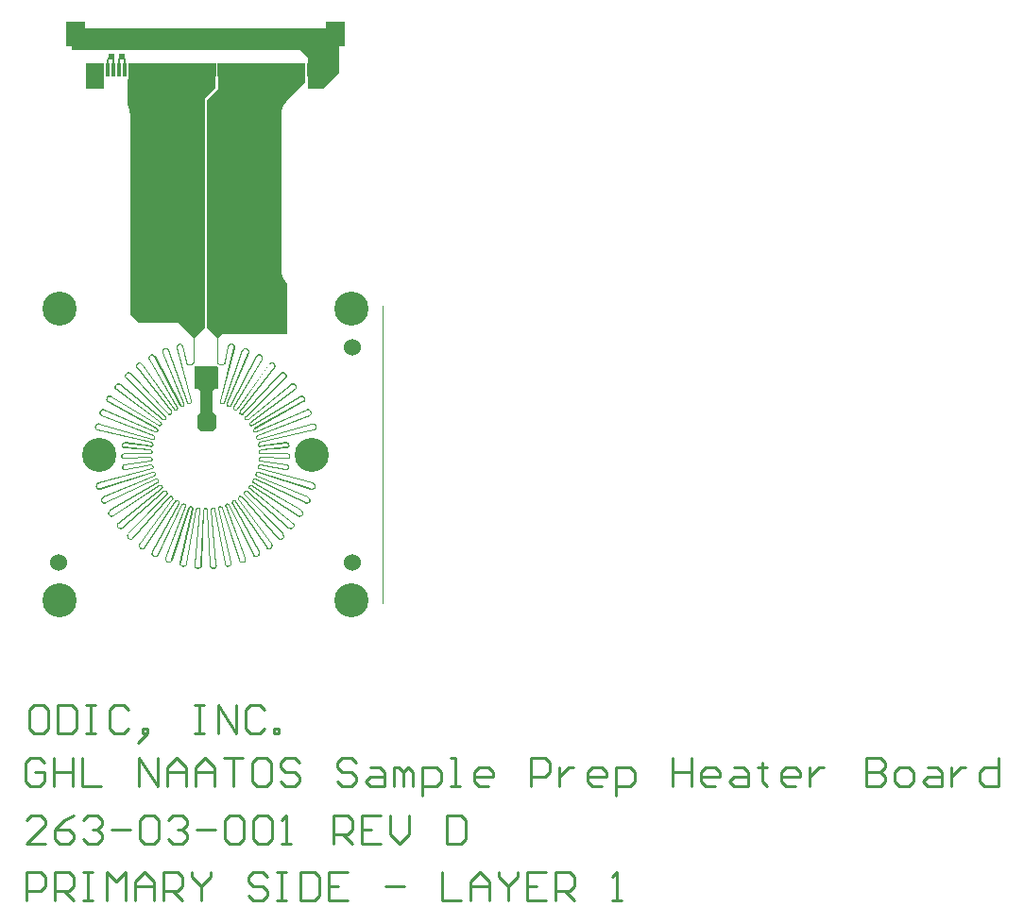
<source format=gtl>
G04*
G04 #@! TF.GenerationSoftware,Altium Limited,Altium Designer,24.9.1 (31)*
G04*
G04 Layer_Physical_Order=1*
G04 Layer_Color=255*
%FSLAX44Y44*%
%MOMM*%
G71*
G04*
G04 #@! TF.SameCoordinates,8DF27061-4A41-470E-9062-B82E270B293B*
G04*
G04*
G04 #@! TF.FilePolarity,Positive*
G04*
G01*
G75*
%ADD11C,0.2540*%
%ADD13C,0.0127*%
%ADD14R,0.3000X1.3000*%
%ADD15R,1.8000X2.2000*%
%ADD20C,1.5240*%
%ADD21C,0.2032*%
%ADD22C,0.1016*%
%ADD23C,3.0480*%
%ADD24C,0.6100*%
%ADD25C,0.6096*%
G36*
X67700Y487250D02*
X51500D01*
Y510250D01*
X67700D01*
Y487250D01*
D02*
G37*
G36*
X278664Y501664D02*
X265000Y488000D01*
X264000Y487000D01*
X251000Y487000D01*
X250000Y488000D01*
Y495000D01*
Y515000D01*
X243000Y522000D01*
X38837D01*
Y541657D01*
X278664Y541657D01*
X278664Y501664D01*
D02*
G37*
G36*
X167700Y487700D02*
X158000Y478000D01*
Y272999D01*
X148750Y263750D01*
X148750Y242686D01*
X148750Y241956D01*
X148227Y240593D01*
X147251Y239509D01*
X145951Y238846D01*
X144499Y238694D01*
X143090Y239072D01*
X141909Y239930D01*
X141115Y241154D01*
X140963Y241868D01*
X140963Y241868D01*
X137988Y255767D01*
X137852Y256192D01*
X137344Y256921D01*
X136593Y257395D01*
X135717Y257541D01*
X134853Y257335D01*
X134136Y256811D01*
X133679Y256049D01*
X133553Y255170D01*
X133623Y254729D01*
Y254729D01*
X146133Y206944D01*
X146243Y206525D01*
X146135Y205665D01*
X145714Y204907D01*
X145041Y204361D01*
X144214Y204104D01*
X143350Y204174D01*
X142574Y204560D01*
X141998Y205207D01*
X141851Y205614D01*
X141851D01*
X125095Y252082D01*
X124903Y252484D01*
X124301Y253137D01*
X123493Y253506D01*
X122605Y253532D01*
X121777Y253212D01*
X121138Y252596D01*
X120787Y251780D01*
X120781Y250892D01*
X120910Y250464D01*
X139749Y204802D01*
X139915Y204402D01*
X139923Y203535D01*
X139608Y202728D01*
X139016Y202096D01*
X138231Y201729D01*
X137365Y201682D01*
X136545Y201960D01*
X135886Y202523D01*
X135686Y202907D01*
Y202908D01*
X112817Y246691D01*
X112572Y247064D01*
X111887Y247630D01*
X111037Y247886D01*
X110154Y247792D01*
X109376Y247363D01*
X108826Y246667D01*
X108589Y245811D01*
X108702Y244930D01*
X108887Y244524D01*
X108887Y244524D01*
X133713Y201819D01*
X133930Y201445D01*
X134056Y200587D01*
X133853Y199745D01*
X133351Y199039D01*
X132622Y198570D01*
X131771Y198406D01*
X130920Y198571D01*
X130192Y199040D01*
X129942Y199394D01*
X129942Y199394D01*
X101377Y239693D01*
X101084Y240030D01*
X100330Y240498D01*
X99453Y240637D01*
X98590Y240426D01*
X97878Y239896D01*
X97426Y239131D01*
X97307Y238251D01*
X97538Y237394D01*
X97776Y237016D01*
Y237016D01*
X128133Y198050D01*
X128400Y197708D01*
X128639Y196875D01*
X128552Y196013D01*
X128150Y195245D01*
X127491Y194683D01*
X126670Y194405D01*
X125805Y194454D01*
X125020Y194821D01*
X124724Y195138D01*
X124724Y195138D01*
X90986Y231217D01*
X90650Y231511D01*
X89840Y231873D01*
X88952Y231893D01*
X88126Y231567D01*
X87491Y230946D01*
X87147Y230127D01*
X87147Y229239D01*
X87492Y228421D01*
X87779Y228079D01*
X87779D01*
X123113Y193562D01*
X123423Y193259D01*
X123773Y192466D01*
X123803Y191600D01*
X123508Y190786D01*
X122931Y190139D01*
X122155Y189754D01*
X121291Y189685D01*
X120464Y189943D01*
X120128Y190217D01*
Y190217D01*
X81833Y221417D01*
X81461Y221663D01*
X80608Y221913D01*
X79726Y221813D01*
X78951Y221378D01*
X78406Y220677D01*
X78176Y219820D01*
X78296Y218940D01*
X78748Y218175D01*
X79078Y217875D01*
X79078Y217875D01*
X118744Y188438D01*
X119092Y188180D01*
X119546Y187442D01*
X119692Y186588D01*
X119510Y185740D01*
X119025Y185022D01*
X118308Y184536D01*
X117461Y184351D01*
X116607Y184495D01*
X116237Y184721D01*
X74085Y210472D01*
X73682Y210666D01*
X72804Y210798D01*
X71944Y210580D01*
X71235Y210045D01*
X70789Y209277D01*
X70676Y208396D01*
X70914Y207540D01*
X71465Y206844D01*
X71832Y206591D01*
X115106Y182772D01*
X115486Y182563D01*
X116035Y181893D01*
X116295Y181066D01*
X116229Y180202D01*
X115845Y179425D01*
X115200Y178846D01*
X114386Y178549D01*
X113520Y178577D01*
X113123Y178751D01*
X113123D01*
X67883Y198582D01*
X67459Y198720D01*
X66571Y198733D01*
X65747Y198401D01*
X65117Y197775D01*
X64779Y196954D01*
X64786Y196066D01*
X65137Y195250D01*
X65777Y194634D01*
X66175Y194433D01*
X112265Y176667D01*
X112670Y176511D01*
X113304Y175921D01*
X113673Y175137D01*
X113724Y174272D01*
X113449Y173450D01*
X112888Y172790D01*
X112121Y172386D01*
X111259Y172296D01*
X110843Y172415D01*
X110843D01*
X63342Y185965D01*
X62902Y186044D01*
X62021Y185937D01*
X61250Y185497D01*
X60710Y184792D01*
X60485Y183933D01*
X60612Y183054D01*
X61070Y182293D01*
X61787Y181769D01*
X62209Y181623D01*
X62209Y181623D01*
X110274Y170235D01*
X110695Y170135D01*
X111404Y169636D01*
X111875Y168909D01*
X112042Y168058D01*
X111880Y167207D01*
X111413Y166477D01*
X110708Y165973D01*
X109866Y165769D01*
X109438Y165830D01*
X109438D01*
X86467Y169128D01*
X85824Y169079D01*
X84830Y168299D01*
X84679Y167044D01*
X85459Y166050D01*
X86071Y165849D01*
X86071D01*
X109168Y163593D01*
X109599Y163551D01*
X110368Y163152D01*
X110933Y162495D01*
X111213Y161675D01*
X111168Y160809D01*
X110804Y160023D01*
X110173Y159429D01*
X109366Y159112D01*
X108933Y159115D01*
X108933D01*
X85727Y159286D01*
X85097Y159151D01*
X84217Y158243D01*
X84237Y156980D01*
X85144Y156100D01*
X85778Y155984D01*
X85778Y155984D01*
X108968Y156863D01*
X109401Y156879D01*
X110216Y156587D01*
X110865Y156012D01*
X111253Y155238D01*
X111325Y154374D01*
X111070Y153546D01*
X110525Y152872D01*
X109769Y152450D01*
X109339Y152394D01*
X109339Y152394D01*
X86322Y149434D01*
X85716Y149215D01*
X84966Y148197D01*
X85156Y146947D01*
X86174Y146198D01*
X86817Y146168D01*
X86817Y146168D01*
X109677Y150167D01*
X110104Y150241D01*
X110951Y150062D01*
X111671Y149580D01*
X112161Y148865D01*
X112348Y148019D01*
X112207Y147164D01*
X111758Y146423D01*
X111066Y145902D01*
X110647Y145789D01*
X62952Y132938D01*
X62535Y132780D01*
X61834Y132235D01*
X61400Y131460D01*
X61300Y130577D01*
X61551Y129725D01*
X62112Y129037D01*
X62896Y128621D01*
X63781Y128541D01*
X64217Y128633D01*
X64217Y128633D01*
X111282Y143627D01*
X111695Y143759D01*
X112559Y143696D01*
X113338Y143315D01*
X113919Y142672D01*
X114219Y141859D01*
X114195Y140993D01*
X113850Y140198D01*
X113234Y139589D01*
X112834Y139421D01*
X112834D01*
X67308Y120256D01*
X66916Y120043D01*
X66295Y119408D01*
X65969Y118581D01*
X65989Y117694D01*
X66352Y116883D01*
X67001Y116277D01*
X67835Y115970D01*
X68722Y116010D01*
X69142Y116161D01*
X69142D01*
X113755Y137364D01*
X114147Y137550D01*
X115011Y137604D01*
X115834Y137332D01*
X116497Y136774D01*
X116903Y136009D01*
X116996Y135147D01*
X116762Y134313D01*
X116233Y133626D01*
X115860Y133405D01*
X115860Y133405D01*
X73334Y108276D01*
X72974Y108012D01*
X72445Y107299D01*
X72233Y106437D01*
X72373Y105560D01*
X72842Y104806D01*
X73567Y104292D01*
X74434Y104101D01*
X75307Y104260D01*
X75704Y104466D01*
X75704D01*
X117050Y131492D01*
X117413Y131729D01*
X118263Y131899D01*
X119114Y131741D01*
X119846Y131276D01*
X120352Y130573D01*
X120560Y129732D01*
X120440Y128874D01*
X120010Y128122D01*
X119670Y127853D01*
X119670D01*
X80921Y97219D01*
X80600Y96909D01*
X80171Y96131D01*
X80078Y95248D01*
X80335Y94397D01*
X80901Y93714D01*
X81689Y93303D01*
X82574Y93230D01*
X83418Y93505D01*
X83782Y93763D01*
X83782D01*
X121107Y126118D01*
X121434Y126402D01*
X122253Y126685D01*
X123119Y126642D01*
X123906Y126281D01*
X124503Y125653D01*
X124822Y124847D01*
X124819Y123981D01*
X124494Y123177D01*
X124193Y122865D01*
X124193Y122865D01*
X89929Y87285D01*
X89653Y86935D01*
X89333Y86106D01*
X89360Y85219D01*
X89729Y84411D01*
X90382Y83809D01*
X91218Y83509D01*
X92105Y83555D01*
X92904Y83943D01*
X93231Y84247D01*
X93231Y84247D01*
X125851Y121339D01*
X126137Y121665D01*
X126910Y122056D01*
X127774Y122131D01*
X128603Y121879D01*
X129279Y121336D01*
X129704Y120581D01*
X129818Y119722D01*
X129603Y118883D01*
X129348Y118533D01*
X129348Y118533D01*
X100195Y78658D01*
X99968Y78273D01*
X99763Y77409D01*
X99910Y76533D01*
X100384Y75782D01*
X101113Y75275D01*
X101981Y75089D01*
X102854Y75255D01*
X103593Y75746D01*
X103876Y76092D01*
X103876Y76092D01*
X131196Y117245D01*
X131436Y117606D01*
X132149Y118097D01*
X132995Y118288D01*
X133850Y118150D01*
X134593Y117704D01*
X135116Y117013D01*
X135345Y116177D01*
X135246Y115316D01*
X135040Y114935D01*
X135040Y114935D01*
X111530Y71493D01*
X111358Y71081D01*
X111271Y70197D01*
X111534Y69349D01*
X112106Y68669D01*
X112896Y68264D01*
X113781Y68198D01*
X114623Y68480D01*
X115290Y69067D01*
X115524Y69447D01*
X115524Y69447D01*
X137045Y113908D01*
X137234Y114298D01*
X137874Y114881D01*
X138686Y115184D01*
X139553Y115163D01*
X140349Y114821D01*
X140960Y114207D01*
X141299Y113410D01*
X141317Y112543D01*
X141165Y112138D01*
X141165Y112138D01*
X123728Y65922D01*
X123613Y65491D01*
X123646Y64604D01*
X124021Y63799D01*
X124679Y63202D01*
X125517Y62907D01*
X126403Y62961D01*
X127199Y63354D01*
X127781Y64025D01*
X127961Y64433D01*
X127961Y64434D01*
X143290Y111391D01*
X143425Y111803D01*
X143981Y112467D01*
X144745Y112877D01*
X145606Y112972D01*
X146441Y112741D01*
X147129Y112215D01*
X147573Y111471D01*
X147708Y110615D01*
X147611Y110192D01*
X147611Y110192D01*
X136566Y62047D01*
X136510Y61605D01*
X136662Y60730D01*
X137142Y59983D01*
X137875Y59480D01*
X138745Y59301D01*
X139616Y59474D01*
X140352Y59971D01*
X140837Y60714D01*
X140961Y61143D01*
X140961Y61143D01*
X149818Y109738D01*
X149895Y110165D01*
X150357Y110898D01*
X151058Y111407D01*
X151899Y111618D01*
X152757Y111501D01*
X153511Y111073D01*
X154051Y110395D01*
X154299Y109565D01*
X154261Y109134D01*
X154261Y109134D01*
X149809Y59939D01*
X149813Y59493D01*
X150082Y58646D01*
X150659Y57971D01*
X151452Y57572D01*
X152338Y57512D01*
X153178Y57800D01*
X153840Y58392D01*
X154221Y59194D01*
X154286Y59636D01*
X154286Y59636D01*
X156509Y108982D01*
X156528Y109414D01*
X156887Y110203D01*
X157513Y110802D01*
X158317Y111125D01*
X159184Y111124D01*
X159988Y110802D01*
X160614Y110203D01*
X160973Y109414D01*
X160992Y108981D01*
X160992Y108982D01*
X163215Y59636D01*
X163279Y59194D01*
X163661Y58392D01*
X164323Y57800D01*
X165163Y57512D01*
X166049Y57572D01*
X166842Y57971D01*
X167418Y58646D01*
X167688Y59493D01*
X167692Y59939D01*
X167692Y59939D01*
X163240Y109134D01*
X163201Y109565D01*
X163450Y110395D01*
X163990Y111073D01*
X164743Y111501D01*
X165602Y111618D01*
X166442Y111407D01*
X167144Y110898D01*
X167605Y110165D01*
X167683Y109738D01*
X167683Y109738D01*
X176540Y61143D01*
X176663Y60714D01*
X177149Y59971D01*
X177885Y59474D01*
X178756Y59301D01*
X179626Y59480D01*
X180358Y59983D01*
X180838Y60730D01*
X180991Y61604D01*
X180935Y62047D01*
X180935Y62047D01*
X169890Y110192D01*
X169793Y110615D01*
X169928Y111471D01*
X170371Y112215D01*
X171060Y112741D01*
X171895Y112972D01*
X172756Y112877D01*
X173520Y112467D01*
X174076Y111803D01*
X174211Y111391D01*
X174211Y111391D01*
X189540Y64434D01*
X189720Y64025D01*
X190301Y63354D01*
X191098Y62961D01*
X191984Y62908D01*
X192822Y63202D01*
X193480Y63799D01*
X193855Y64604D01*
X193888Y65491D01*
X193773Y65922D01*
X193773Y65922D01*
X176336Y112138D01*
X176183Y112543D01*
X176201Y113410D01*
X176540Y114207D01*
X177152Y114821D01*
X177948Y115163D01*
X178815Y115184D01*
X179626Y114881D01*
X180267Y114298D01*
X180456Y113908D01*
X180456Y113908D01*
X201977Y69447D01*
X202211Y69067D01*
X202877Y68480D01*
X203719Y68198D01*
X204605Y68264D01*
X205395Y68669D01*
X205967Y69349D01*
X206230Y70197D01*
X206143Y71081D01*
X205971Y71493D01*
X205971Y71493D01*
X182461Y114935D01*
X182255Y115316D01*
X182156Y116177D01*
X182384Y117013D01*
X182908Y117704D01*
X183650Y118150D01*
X184506Y118288D01*
X185351Y118097D01*
X186065Y117606D01*
X186304Y117245D01*
X186305Y117245D01*
X213625Y76092D01*
X213908Y75746D01*
X214647Y75255D01*
X215520Y75089D01*
X216388Y75275D01*
X217117Y75782D01*
X217591Y76533D01*
X217737Y77409D01*
X217532Y78273D01*
X217306Y78658D01*
X217306Y78658D01*
X188153Y118533D01*
X187897Y118883D01*
X187683Y119722D01*
X187797Y120581D01*
X188222Y121336D01*
X188898Y121879D01*
X189727Y122131D01*
X190590Y122056D01*
X191364Y121665D01*
X191650Y121339D01*
X191650Y121340D01*
X224270Y84247D01*
X224597Y83943D01*
X225396Y83555D01*
X226283Y83509D01*
X227118Y83809D01*
X227772Y84411D01*
X228141Y85219D01*
X228167Y86106D01*
X227848Y86935D01*
X227572Y87285D01*
X227572Y87285D01*
X193308Y122865D01*
X193007Y123177D01*
X192682Y123981D01*
X192679Y124847D01*
X192998Y125652D01*
X193595Y126281D01*
X194382Y126642D01*
X195248Y126685D01*
X196067Y126401D01*
X196394Y126118D01*
X196394Y126118D01*
X233718Y93763D01*
X234083Y93505D01*
X234927Y93230D01*
X235812Y93303D01*
X236600Y93714D01*
X237166Y94397D01*
X237423Y95248D01*
X237329Y96131D01*
X236901Y96909D01*
X236580Y97219D01*
X236580Y97219D01*
X197831Y127853D01*
X197491Y128122D01*
X197060Y128874D01*
X196940Y129732D01*
X197148Y130573D01*
X197655Y131276D01*
X198386Y131741D01*
X199238Y131899D01*
X200088Y131729D01*
X200451Y131492D01*
X200451Y131492D01*
X241797Y104466D01*
X242193Y104260D01*
X243067Y104101D01*
X243934Y104292D01*
X244659Y104806D01*
X245128Y105560D01*
X245267Y106437D01*
X245056Y107299D01*
X244526Y108012D01*
X244167Y108276D01*
X244167Y108276D01*
X201641Y133405D01*
X201268Y133626D01*
X200739Y134313D01*
X200505Y135147D01*
X200597Y136009D01*
X201004Y136774D01*
X201667Y137332D01*
X202489Y137604D01*
X203354Y137550D01*
X203746Y137364D01*
X203746Y137364D01*
X248359Y116161D01*
X248779Y116010D01*
X249666Y115970D01*
X250499Y116277D01*
X251148Y116883D01*
X251511Y117694D01*
X251532Y118581D01*
X251206Y119408D01*
X250585Y120043D01*
X250193Y120256D01*
X250193Y120256D01*
X204667Y139421D01*
X204267Y139589D01*
X203651Y140198D01*
X203306Y140993D01*
X203282Y141859D01*
X203582Y142672D01*
X204163Y143315D01*
X204941Y143696D01*
X205806Y143759D01*
X206218Y143627D01*
X206218Y143627D01*
X253284Y128633D01*
X253720Y128541D01*
X254605Y128621D01*
X255389Y129037D01*
X255950Y129726D01*
X256201Y130577D01*
X256101Y131460D01*
X255667Y132235D01*
X254966Y132780D01*
X254549Y132938D01*
X254549Y132939D01*
X206854Y145789D01*
X206435Y145902D01*
X205743Y146423D01*
X205294Y147164D01*
X205153Y148019D01*
X205340Y148865D01*
X205829Y149580D01*
X206549Y150062D01*
X207397Y150241D01*
X207824Y150167D01*
X207824Y150167D01*
X230683Y146168D01*
X231327Y146198D01*
X232345Y146947D01*
X232534Y148197D01*
X231785Y149215D01*
X231179Y149434D01*
X231179Y149434D01*
X208162Y152394D01*
X207732Y152450D01*
X206976Y152872D01*
X206431Y153546D01*
X206176Y154374D01*
X206248Y155238D01*
X206636Y156012D01*
X207284Y156587D01*
X208100Y156879D01*
X208533Y156863D01*
X208533Y156863D01*
X231723Y155984D01*
X232357Y156100D01*
X233264Y156980D01*
X233283Y158243D01*
X232403Y159150D01*
X231773Y159286D01*
X231773Y159286D01*
X208568Y159115D01*
X208134Y159112D01*
X207328Y159429D01*
X206697Y160023D01*
X206333Y160809D01*
X206287Y161675D01*
X206567Y162495D01*
X207133Y163152D01*
X207902Y163551D01*
X208333Y163593D01*
X208333Y163593D01*
X231430Y165849D01*
X232042Y166050D01*
X232822Y167044D01*
X232671Y168299D01*
X231677Y169079D01*
X231034Y169128D01*
X231034Y169128D01*
X208063Y165830D01*
X207635Y165769D01*
X206793Y165973D01*
X206087Y166477D01*
X205620Y167207D01*
X205459Y168058D01*
X205626Y168909D01*
X206097Y169636D01*
X206805Y170135D01*
X207227Y170235D01*
X207227Y170235D01*
X255292Y181623D01*
X255714Y181769D01*
X256431Y182293D01*
X256889Y183054D01*
X257015Y183933D01*
X256791Y184792D01*
X256251Y185497D01*
X255480Y185937D01*
X254598Y186044D01*
X254159Y185965D01*
X254159Y185965D01*
X206658Y172415D01*
X206241Y172297D01*
X205380Y172386D01*
X204613Y172790D01*
X204052Y173450D01*
X203777Y174272D01*
X203828Y175137D01*
X204197Y175921D01*
X204831Y176511D01*
X205235Y176667D01*
X205235Y176667D01*
X251326Y194433D01*
X251724Y194634D01*
X252364Y195250D01*
X252715Y196066D01*
X252722Y196954D01*
X252384Y197775D01*
X251754Y198401D01*
X250930Y198733D01*
X250042Y198720D01*
X249618Y198582D01*
X249618Y198582D01*
X204378Y178751D01*
X203981Y178577D01*
X203115Y178549D01*
X202301Y178846D01*
X201656Y179425D01*
X201272Y180202D01*
X201206Y181066D01*
X201466Y181893D01*
X202015Y182563D01*
X202395Y182772D01*
X202395Y182772D01*
X245668Y206591D01*
X246036Y206844D01*
X246587Y207540D01*
X246824Y208396D01*
X246712Y209277D01*
X246266Y210045D01*
X245557Y210580D01*
X244696Y210798D01*
X243818Y210666D01*
X243416Y210472D01*
X243416Y210472D01*
X201264Y184721D01*
X200894Y184495D01*
X200040Y184351D01*
X199193Y184536D01*
X198476Y185022D01*
X197991Y185740D01*
X197809Y186588D01*
X197955Y187442D01*
X198409Y188180D01*
X198756Y188438D01*
X198757Y188438D01*
X238423Y217875D01*
X238753Y218175D01*
X239205Y218940D01*
X239325Y219819D01*
X239095Y220677D01*
X238549Y221378D01*
X237775Y221813D01*
X236893Y221913D01*
X236040Y221663D01*
X235668Y221417D01*
Y221417D01*
X197373Y190217D01*
X197037Y189943D01*
X196210Y189685D01*
X195346Y189754D01*
X194570Y190139D01*
X193993Y190785D01*
X193698Y191600D01*
X193728Y192466D01*
X194077Y193259D01*
X194387Y193562D01*
X194387Y193562D01*
X229722Y228079D01*
X230009Y228421D01*
X230354Y229239D01*
X230354Y230127D01*
X230010Y230946D01*
X229375Y231567D01*
X228549Y231893D01*
X227661Y231873D01*
X226850Y231511D01*
X226515Y231217D01*
Y231217D01*
X192777Y195138D01*
X192481Y194821D01*
X191696Y194454D01*
X190831Y194405D01*
X190010Y194683D01*
X189351Y195245D01*
X188949Y196013D01*
X188861Y196875D01*
X189101Y197708D01*
X189368Y198050D01*
X189368Y198050D01*
X219725Y237016D01*
X219963Y237394D01*
X220194Y238251D01*
X220075Y239131D01*
X219623Y239896D01*
X218910Y240426D01*
X218048Y240637D01*
X217171Y240498D01*
X216416Y240030D01*
X216124Y239693D01*
X216124Y239693D01*
X187559Y199394D01*
X187309Y199040D01*
X186580Y198571D01*
X185730Y198406D01*
X184879Y198570D01*
X184150Y199039D01*
X183648Y199745D01*
X183445Y200587D01*
X183570Y201445D01*
X183788Y201819D01*
Y201819D01*
X208613Y244524D01*
X208798Y244930D01*
X208912Y245811D01*
X208675Y246667D01*
X208125Y247363D01*
X207347Y247792D01*
X206464Y247886D01*
X205613Y247630D01*
X204929Y247064D01*
X204684Y246690D01*
X204684Y246691D01*
X181815Y202908D01*
X181615Y202523D01*
X180956Y201960D01*
X180135Y201682D01*
X179270Y201729D01*
X178485Y202096D01*
X177892Y202728D01*
X177578Y203535D01*
X177586Y204402D01*
X177752Y204802D01*
Y204802D01*
X196591Y250464D01*
X196720Y250892D01*
X196713Y251780D01*
X196363Y252596D01*
X195724Y253212D01*
X194895Y253532D01*
X194008Y253506D01*
X193200Y253137D01*
X192598Y252484D01*
X192406Y252081D01*
X192406Y252082D01*
X175650Y205614D01*
X175503Y205207D01*
X174926Y204560D01*
X174151Y204174D01*
X173287Y204104D01*
X172459Y204361D01*
X171787Y204907D01*
X171366Y205665D01*
X171258Y206525D01*
X171368Y206944D01*
X171368Y206944D01*
X183878Y254729D01*
X183947Y255170D01*
X183822Y256049D01*
X183364Y256811D01*
X182648Y257335D01*
X181784Y257541D01*
X180908Y257395D01*
X180157Y256921D01*
X179649Y256192D01*
X179512Y255767D01*
X179513Y255767D01*
X176538Y241868D01*
X176386Y241154D01*
X175592Y239930D01*
X174411Y239072D01*
X173002Y238694D01*
X171550Y238847D01*
X170250Y239509D01*
X169273Y240593D01*
X168750Y241956D01*
X168750Y242686D01*
Y242686D01*
Y263750D01*
X169250D01*
X160008Y272992D01*
Y476983D01*
X169766Y486741D01*
Y509983D01*
X247700D01*
Y492700D01*
X231635Y476635D01*
Y476526D01*
X231198Y476090D01*
X230596Y475305D01*
X229944Y474561D01*
X229114Y473319D01*
X228676Y472432D01*
X228182Y471576D01*
X227610Y470196D01*
X227354Y469240D01*
X227036Y468303D01*
X226745Y466838D01*
X226696Y466096D01*
X226563Y465365D01*
X226526Y464618D01*
X226547Y464370D01*
X226514Y464124D01*
X226514Y325120D01*
X226547Y324873D01*
X226526Y324624D01*
X226563Y323877D01*
X226696Y323146D01*
X226745Y322405D01*
X227036Y320939D01*
X227354Y320003D01*
X227610Y319048D01*
X228182Y317668D01*
X228676Y316811D01*
X229114Y315924D01*
X229944Y314682D01*
X230596Y313938D01*
X231198Y313154D01*
X231635Y312717D01*
Y267357D01*
X231480Y266983D01*
X173000D01*
X169766Y263750D01*
Y242686D01*
X169815Y242153D01*
X170196Y241160D01*
X170908Y240369D01*
X171856Y239886D01*
X172914Y239774D01*
X173942Y240048D01*
X174803Y240673D01*
X175384Y241564D01*
X175543Y242074D01*
X178519Y255980D01*
X178657Y256623D01*
X179410Y257703D01*
X180522Y258406D01*
X181821Y258622D01*
X183101Y258317D01*
X184163Y257540D01*
X184841Y256412D01*
X185027Y255109D01*
X184861Y254472D01*
X184861D01*
X172351Y206687D01*
X172320Y206222D01*
X172764Y205423D01*
X173637Y205152D01*
X174456Y205559D01*
X174694Y205959D01*
X174694Y205959D01*
X191450Y252426D01*
X191673Y253045D01*
X192565Y254013D01*
X193762Y254559D01*
X195078Y254598D01*
X196306Y254124D01*
X197253Y253211D01*
X197772Y252001D01*
X197782Y250685D01*
X197530Y250077D01*
X197531Y250077D01*
X178691Y204415D01*
X178598Y203958D01*
X178930Y203106D01*
X179759Y202720D01*
X180625Y203013D01*
X180915Y203378D01*
X180915Y203378D01*
X203784Y247161D01*
X204088Y247744D01*
X205103Y248583D01*
X206363Y248963D01*
X207671Y248824D01*
X208824Y248188D01*
X209640Y247156D01*
X209991Y245887D01*
X209823Y244582D01*
X209492Y244013D01*
X209492Y244013D01*
X184667Y201309D01*
X184513Y200869D01*
X184727Y199980D01*
X185496Y199485D01*
X186394Y199659D01*
X186730Y199981D01*
X186730D01*
X215295Y240280D01*
X215675Y240817D01*
X216793Y241512D01*
X218093Y241718D01*
X219371Y241404D01*
X220427Y240619D01*
X221096Y239486D01*
X221273Y238181D01*
X220931Y236911D01*
X220526Y236392D01*
X220526Y236392D01*
X190169Y197425D01*
X189958Y197010D01*
X190050Y196101D01*
X190745Y195507D01*
X191658Y195558D01*
X192035Y195832D01*
X192035Y195832D01*
X225773Y231911D01*
X226222Y232391D01*
X227424Y232929D01*
X228739Y232958D01*
X229964Y232475D01*
X230904Y231554D01*
X231414Y230341D01*
X231414Y229025D01*
X230903Y227812D01*
X230432Y227352D01*
X230432Y227352D01*
X195098Y192835D01*
X194832Y192453D01*
X194801Y191539D01*
X195410Y190856D01*
X196321Y190784D01*
X196731Y191005D01*
X196731D01*
X235026Y222204D01*
X235536Y222620D01*
X236800Y222991D01*
X238107Y222842D01*
X239255Y222198D01*
X240063Y221159D01*
X240405Y219888D01*
X240227Y218584D01*
X239557Y217451D01*
X239028Y217059D01*
X239028D01*
X199362Y187622D01*
X199047Y187279D01*
X198893Y186378D01*
X199405Y185620D01*
X200298Y185425D01*
X200734Y185588D01*
X200734D01*
X242887Y211339D01*
X243448Y211682D01*
X244750Y211879D01*
X246025Y211555D01*
X247076Y210762D01*
X247736Y209624D01*
X247903Y208319D01*
X247551Y207050D01*
X246735Y206018D01*
X246158Y205701D01*
X246158D01*
X202885Y181882D01*
X202526Y181584D01*
X202252Y180712D01*
X202656Y179892D01*
X203516Y179579D01*
X203970Y179681D01*
X203970D01*
X249210Y199513D01*
X249813Y199777D01*
X251129Y199797D01*
X252349Y199304D01*
X253283Y198377D01*
X253784Y197160D01*
X253774Y195843D01*
X253254Y194634D01*
X252305Y193722D01*
X251691Y193485D01*
X251691D01*
X205601Y175719D01*
X205206Y175473D01*
X204816Y174645D01*
X205107Y173778D01*
X205916Y173352D01*
X206379Y173392D01*
X206379D01*
X253881Y186942D01*
X254513Y187122D01*
X255820Y186964D01*
X256963Y186312D01*
X257763Y185267D01*
X258095Y183993D01*
X257908Y182691D01*
X257229Y181563D01*
X256167Y180786D01*
X255526Y180634D01*
X255526D01*
X207461Y169247D01*
X207037Y169055D01*
X206539Y168288D01*
X206710Y167390D01*
X207454Y166858D01*
X207919Y166836D01*
X207919D01*
X230883Y170133D01*
X231409Y170196D01*
X232431Y169911D01*
X233266Y169256D01*
X233786Y168331D01*
X233913Y167278D01*
X233627Y166256D01*
X232973Y165421D01*
X232048Y164901D01*
X231521Y164837D01*
X231521D01*
X208432Y162582D01*
X207985Y162450D01*
X207389Y161756D01*
X207437Y160843D01*
X208102Y160216D01*
X208560Y160131D01*
X208560Y160131D01*
X231759Y160302D01*
X232289Y160294D01*
X233263Y159873D01*
X234002Y159111D01*
X234393Y158125D01*
X234377Y157064D01*
X233956Y156090D01*
X233194Y155351D01*
X232208Y154960D01*
X231677Y154969D01*
X231677Y154969D01*
X208495Y155847D01*
X208035Y155777D01*
X207350Y155170D01*
X207274Y154259D01*
X207849Y153548D01*
X208292Y153402D01*
X208292D01*
X231301Y150442D01*
X231826Y150363D01*
X232734Y149814D01*
X233363Y148960D01*
X233618Y147930D01*
X233459Y146881D01*
X232910Y145973D01*
X232056Y145344D01*
X231026Y145089D01*
X230501Y145169D01*
X230501D01*
X207649Y149166D01*
X207183Y149158D01*
X206423Y148649D01*
X206226Y147756D01*
X206699Y146974D01*
X207118Y146770D01*
X207118Y146770D01*
X254813Y133919D01*
X255448Y133748D01*
X256487Y132940D01*
X257130Y131792D01*
X257278Y130484D01*
X256907Y129221D01*
X256075Y128201D01*
X254913Y127584D01*
X253602Y127466D01*
X252975Y127665D01*
X205910Y142659D01*
X205448Y142714D01*
X204626Y142313D01*
X204310Y141455D01*
X204674Y140616D01*
X205061Y140357D01*
X205061D01*
X250587Y121192D01*
X251194Y120937D01*
X252114Y119996D01*
X252596Y118771D01*
X252567Y117456D01*
X252029Y116254D01*
X251067Y115356D01*
X249832Y114901D01*
X248517Y114960D01*
X247923Y115243D01*
X247923Y115243D01*
X203309Y136447D01*
X202859Y136563D01*
X201990Y136276D01*
X201561Y135469D01*
X201809Y134589D01*
X202157Y134280D01*
X244684Y109151D01*
X245250Y108816D01*
X246035Y107760D01*
X246348Y106481D01*
X246141Y105182D01*
X245446Y104064D01*
X244372Y103303D01*
X243087Y103019D01*
X241792Y103255D01*
X241241Y103615D01*
X241241Y103615D01*
X199895Y130642D01*
X199464Y130818D01*
X198565Y130651D01*
X198031Y129909D01*
X198157Y129003D01*
X198461Y128650D01*
X198461D01*
X237210Y98016D01*
X237726Y97608D01*
X238361Y96455D01*
X238500Y95146D01*
X238119Y93886D01*
X237280Y92872D01*
X236113Y92263D01*
X234801Y92155D01*
X233550Y92564D01*
X233053Y92995D01*
X233053Y92995D01*
X195729Y125350D01*
X195325Y125583D01*
X194412Y125538D01*
X193783Y124875D01*
X193786Y123961D01*
X194040Y123570D01*
X228304Y87990D01*
X228760Y87516D01*
X229234Y86288D01*
X229194Y84973D01*
X228647Y83776D01*
X227679Y82884D01*
X226441Y82438D01*
X225126Y82508D01*
X223942Y83082D01*
X223507Y83576D01*
X223507Y83576D01*
X190887Y120668D01*
X190519Y120954D01*
X189608Y121033D01*
X188895Y120460D01*
X188775Y119554D01*
X188973Y119133D01*
X188973Y119133D01*
X218126Y79257D01*
X218515Y78726D01*
X218819Y77445D01*
X218602Y76147D01*
X217899Y75035D01*
X216819Y74282D01*
X215532Y74007D01*
X214239Y74253D01*
X213142Y74982D01*
X212778Y75530D01*
X212778Y75530D01*
X185458Y116683D01*
X185132Y117015D01*
X184240Y117216D01*
X183456Y116745D01*
X183215Y115863D01*
X183355Y115419D01*
Y115419D01*
X206864Y71976D01*
X207178Y71398D01*
X207306Y70088D01*
X206916Y68831D01*
X206069Y67823D01*
X204898Y67223D01*
X203585Y67124D01*
X202337Y67543D01*
X201349Y68412D01*
X201063Y69004D01*
X201063Y69004D01*
X179541Y113465D01*
X179263Y113839D01*
X178406Y114158D01*
X177566Y113797D01*
X177208Y112956D01*
X177287Y112497D01*
Y112497D01*
X194723Y66281D01*
X194956Y65665D01*
X194906Y64350D01*
X194351Y63157D01*
X193376Y62273D01*
X192134Y61836D01*
X190820Y61915D01*
X189640Y62498D01*
X188778Y63493D01*
X188574Y64118D01*
Y64118D01*
X173245Y111075D01*
X173019Y111483D01*
X172213Y111915D01*
X171332Y111671D01*
X170864Y110885D01*
X170880Y110420D01*
Y110420D01*
X181925Y62274D01*
X182073Y61633D01*
X181846Y60336D01*
X181135Y59229D01*
X180049Y58485D01*
X178760Y58219D01*
X177469Y58475D01*
X176378Y59212D01*
X175658Y60313D01*
X175540Y60961D01*
X175541Y60961D01*
X166684Y109556D01*
X166515Y109990D01*
X165775Y110527D01*
X164869Y110404D01*
X164299Y109689D01*
X164252Y109225D01*
X164252Y109225D01*
X168704Y60030D01*
X168763Y59375D01*
X168364Y58121D01*
X167510Y57120D01*
X166334Y56528D01*
X165021Y56439D01*
X163776Y56867D01*
X162794Y57744D01*
X162230Y58932D01*
X162200Y59590D01*
X162200Y59590D01*
X159977Y108936D01*
X159869Y109389D01*
X159208Y110020D01*
X158293D01*
X157632Y109389D01*
X157523Y108936D01*
Y108936D01*
X155301Y59590D01*
X155271Y58932D01*
X154706Y57744D01*
X153725Y56867D01*
X152480Y56439D01*
X151167Y56528D01*
X149991Y57120D01*
X149137Y58121D01*
X148738Y59375D01*
X148797Y60030D01*
X148797Y60030D01*
X153249Y109225D01*
X153202Y109689D01*
X152632Y110404D01*
X151726Y110527D01*
X150986Y109990D01*
X150817Y109556D01*
Y109556D01*
X141960Y60961D01*
X141842Y60314D01*
X141123Y59212D01*
X140032Y58475D01*
X138741Y58219D01*
X137451Y58485D01*
X136366Y59229D01*
X135655Y60336D01*
X135428Y61633D01*
X135576Y62274D01*
Y62274D01*
X146621Y110420D01*
X146637Y110885D01*
X146169Y111671D01*
X145288Y111915D01*
X144482Y111483D01*
X144256Y111075D01*
X128927Y64118D01*
X128723Y63493D01*
X127861Y62498D01*
X126681Y61915D01*
X125367Y61836D01*
X124125Y62273D01*
X123150Y63157D01*
X122594Y64350D01*
X122545Y65665D01*
X122777Y66281D01*
X122777Y66281D01*
X140214Y112497D01*
X140293Y112956D01*
X139935Y113797D01*
X139095Y114158D01*
X138238Y113838D01*
X137959Y113465D01*
Y113465D01*
X116438Y69004D01*
X116151Y68412D01*
X115163Y67543D01*
X113915Y67124D01*
X112603Y67223D01*
X111432Y67823D01*
X110585Y68831D01*
X110195Y70088D01*
X110323Y71398D01*
X110636Y71976D01*
X110637Y71976D01*
X134146Y115419D01*
X134286Y115863D01*
X134045Y116745D01*
X133261Y117216D01*
X132369Y117015D01*
X132043Y116683D01*
Y116683D01*
X104722Y75530D01*
X104358Y74982D01*
X103262Y74253D01*
X101969Y74007D01*
X100682Y74282D01*
X99602Y75035D01*
X98899Y76147D01*
X98682Y77445D01*
X98986Y78726D01*
X99375Y79257D01*
Y79257D01*
X128528Y119133D01*
X128726Y119554D01*
X128606Y120460D01*
X127893Y121033D01*
X126982Y120954D01*
X126614Y120668D01*
Y120668D01*
X93994Y83576D01*
X93559Y83082D01*
X92374Y82508D01*
X91060Y82438D01*
X89822Y82884D01*
X88853Y83776D01*
X88307Y84973D01*
X88267Y86288D01*
X88741Y87516D01*
X89197Y87990D01*
X89197Y87990D01*
X123461Y123570D01*
X123715Y123961D01*
X123718Y124875D01*
X123089Y125538D01*
X122175Y125583D01*
X121772Y125350D01*
Y125350D01*
X84448Y92995D01*
X83951Y92564D01*
X82700Y92155D01*
X81388Y92263D01*
X80221Y92872D01*
X79382Y93886D01*
X79001Y95146D01*
X79139Y96455D01*
X79774Y97608D01*
X80290Y98016D01*
X80290Y98016D01*
X119040Y128650D01*
X119344Y129003D01*
X119470Y129909D01*
X118936Y130651D01*
X118037Y130818D01*
X117606Y130642D01*
X117606Y130642D01*
X76259Y103615D01*
X75709Y103255D01*
X74414Y103019D01*
X73129Y103303D01*
X72055Y104064D01*
X71360Y105182D01*
X71153Y106481D01*
X71466Y107760D01*
X72251Y108816D01*
X72817Y109151D01*
Y109151D01*
X115343Y134280D01*
X115692Y134589D01*
X115940Y135469D01*
X115510Y136276D01*
X114642Y136563D01*
X114191Y136447D01*
X114191Y136447D01*
X69578Y115243D01*
X68984Y114960D01*
X67669Y114901D01*
X66434Y115356D01*
X65472Y116254D01*
X64934Y117456D01*
X64904Y118771D01*
X65387Y119996D01*
X66307Y120937D01*
X66914Y121192D01*
X66914Y121192D01*
X112440Y140357D01*
X112827Y140616D01*
X113191Y141455D01*
X112875Y142312D01*
X112053Y142714D01*
X111591Y142659D01*
X111591Y142659D01*
X64526Y127665D01*
X63899Y127466D01*
X62588Y127584D01*
X61425Y128201D01*
X60594Y129221D01*
X60223Y130484D01*
X60370Y131792D01*
X61014Y132940D01*
X62052Y133748D01*
X62688Y133919D01*
X62688Y133920D01*
X110383Y146770D01*
X110801Y146974D01*
X111275Y147756D01*
X111077Y148649D01*
X110317Y149158D01*
X109852Y149166D01*
X109852Y149166D01*
X86999Y145169D01*
X86475Y145089D01*
X85445Y145344D01*
X84591Y145973D01*
X84042Y146881D01*
X83883Y147930D01*
X84137Y148960D01*
X84767Y149814D01*
X85675Y150363D01*
X86200Y150442D01*
X86200Y150442D01*
X109209Y153402D01*
X109651Y153548D01*
X110226Y154259D01*
X110151Y155170D01*
X109466Y155776D01*
X109006Y155847D01*
X109006Y155847D01*
X85823Y154969D01*
X85293Y154960D01*
X84307Y155351D01*
X83545Y156090D01*
X83124Y157064D01*
X83108Y158125D01*
X83499Y159111D01*
X84238Y159873D01*
X85211Y160294D01*
X85742Y160302D01*
X85742Y160302D01*
X108941Y160131D01*
X109398Y160216D01*
X110064Y160843D01*
X110112Y161756D01*
X109515Y162450D01*
X109069Y162582D01*
X109069Y162582D01*
X85980Y164837D01*
X85453Y164901D01*
X84528Y165421D01*
X83873Y166256D01*
X83588Y167278D01*
X83715Y168331D01*
X84235Y169256D01*
X85070Y169911D01*
X86091Y170196D01*
X86618Y170133D01*
X86618Y170133D01*
X109582Y166836D01*
X110047Y166858D01*
X110791Y167390D01*
X110962Y168288D01*
X110464Y169055D01*
X110040Y169247D01*
X110040Y169247D01*
X61975Y180634D01*
X61334Y180786D01*
X60271Y181563D01*
X59593Y182691D01*
X59405Y183993D01*
X59738Y185267D01*
X60538Y186312D01*
X61681Y186964D01*
X62987Y187122D01*
X63620Y186942D01*
X63620Y186942D01*
X111121Y173392D01*
X111585Y173352D01*
X112394Y173778D01*
X112684Y174645D01*
X112295Y175473D01*
X111900Y175719D01*
X111900Y175719D01*
X65810Y193485D01*
X65196Y193722D01*
X64247Y194634D01*
X63727Y195843D01*
X63717Y197160D01*
X64218Y198377D01*
X65152Y199304D01*
X66372Y199797D01*
X67688Y199777D01*
X68291Y199513D01*
X68291Y199513D01*
X113531Y179681D01*
X113985Y179579D01*
X114844Y179892D01*
X115249Y180712D01*
X114974Y181584D01*
X114616Y181882D01*
X114616Y181882D01*
X71343Y205701D01*
X70766Y206018D01*
X69949Y207050D01*
X69597Y208319D01*
X69765Y209624D01*
X70425Y210762D01*
X71476Y211555D01*
X72751Y211879D01*
X74053Y211682D01*
X74614Y211339D01*
X74614Y211339D01*
X116767Y185588D01*
X117203Y185425D01*
X118096Y185620D01*
X118608Y186378D01*
X118453Y187279D01*
X118139Y187622D01*
X118139Y187622D01*
X78472Y217059D01*
X77944Y217451D01*
X77274Y218584D01*
X77096Y219888D01*
X77438Y221159D01*
X78246Y222198D01*
X79394Y222842D01*
X80701Y222991D01*
X81964Y222620D01*
X82474Y222204D01*
X82474Y222205D01*
X120770Y191005D01*
X121180Y190784D01*
X122091Y190856D01*
X122700Y191539D01*
X122669Y192453D01*
X122403Y192835D01*
X122403Y192835D01*
X87069Y227352D01*
X86598Y227812D01*
X86087Y229025D01*
X86087Y230341D01*
X86596Y231554D01*
X87537Y232475D01*
X88761Y232958D01*
X90077Y232929D01*
X91279Y232391D01*
X91728Y231911D01*
X91728Y231911D01*
X125466Y195832D01*
X125843Y195558D01*
X126756Y195507D01*
X127451Y196101D01*
X127543Y197010D01*
X127332Y197425D01*
X127332Y197425D01*
X96975Y236392D01*
X96570Y236911D01*
X96227Y238181D01*
X96404Y239486D01*
X97073Y240619D01*
X98130Y241404D01*
X99408Y241718D01*
X100708Y241512D01*
X101826Y240817D01*
X102206Y240280D01*
X102206Y240281D01*
X130771Y199981D01*
X131107Y199659D01*
X132005Y199485D01*
X132774Y199980D01*
X132988Y200869D01*
X132834Y201309D01*
X132834Y201309D01*
X108009Y244013D01*
X107678Y244582D01*
X107510Y245887D01*
X107861Y247156D01*
X108677Y248188D01*
X109829Y248824D01*
X111138Y248963D01*
X112398Y248583D01*
X113413Y247744D01*
X113717Y247161D01*
X113717Y247161D01*
X136586Y203378D01*
X136876Y203013D01*
X137742Y202720D01*
X138571Y203107D01*
X138903Y203958D01*
X138810Y204415D01*
X138810Y204415D01*
X119970Y250077D01*
X119719Y250685D01*
X119728Y252001D01*
X120248Y253211D01*
X121195Y254124D01*
X122423Y254598D01*
X123738Y254559D01*
X124936Y254013D01*
X125828Y253045D01*
X126051Y252426D01*
X126051Y252426D01*
X142807Y205959D01*
X143045Y205559D01*
X143863Y205152D01*
X144737Y205423D01*
X145181Y206222D01*
X145150Y206687D01*
X145150Y206687D01*
X132640Y254472D01*
X132473Y255109D01*
X132660Y256412D01*
X133337Y257540D01*
X134400Y258317D01*
X135680Y258622D01*
X136978Y258406D01*
X138091Y257703D01*
X138844Y256623D01*
X138982Y255980D01*
X138982Y255980D01*
X141958Y242074D01*
X142117Y241564D01*
X142697Y240673D01*
X143559Y240048D01*
X144587Y239774D01*
X145645Y239886D01*
X146593Y240369D01*
X147304Y241160D01*
X147685Y242153D01*
X147734Y242686D01*
X147734Y242686D01*
Y263750D01*
X134484Y277000D01*
X99000D01*
X90987Y285013D01*
Y325120D01*
X90987Y464124D01*
X90954Y464371D01*
X90974Y464619D01*
X90938Y465366D01*
X90805Y466097D01*
X90756Y466838D01*
X90465Y468303D01*
X90147Y469240D01*
X89891Y470195D01*
X89319Y471576D01*
X89000Y472128D01*
Y495178D01*
X89782D01*
Y510000D01*
X167700D01*
Y487700D01*
D02*
G37*
G36*
X169013Y237897D02*
X169310Y237663D01*
X170000Y237311D01*
Y218000D01*
X167000D01*
X165000Y216000D01*
Y197000D01*
X168000Y194000D01*
Y183000D01*
X165000Y180000D01*
X154000D01*
X151000Y183000D01*
Y194000D01*
X154000Y197000D01*
X154000Y216000D01*
X152000Y218000D01*
X149000D01*
Y238000D01*
X168875D01*
X169013Y237897D01*
D02*
G37*
D11*
X-2074Y-241148D02*
Y-215757D01*
X10622D01*
X14854Y-219989D01*
Y-228453D01*
X10622Y-232685D01*
X-2074D01*
X23318Y-241148D02*
Y-215757D01*
X36014D01*
X40246Y-219989D01*
Y-228453D01*
X36014Y-232685D01*
X23318D01*
X31782D02*
X40246Y-241148D01*
X48710Y-215757D02*
X57174D01*
X52942D01*
Y-241148D01*
X48710D01*
X57174D01*
X69870D02*
Y-215757D01*
X78334Y-224221D01*
X86798Y-215757D01*
Y-241148D01*
X95262D02*
Y-224221D01*
X103726Y-215757D01*
X112190Y-224221D01*
Y-241148D01*
Y-228453D01*
X95262D01*
X120653Y-241148D02*
Y-215757D01*
X133349D01*
X137581Y-219989D01*
Y-228453D01*
X133349Y-232685D01*
X120653D01*
X129117D02*
X137581Y-241148D01*
X146045Y-215757D02*
Y-219989D01*
X154509Y-228453D01*
X162973Y-219989D01*
Y-215757D01*
X154509Y-228453D02*
Y-241148D01*
X213757Y-219989D02*
X209525Y-215757D01*
X201061D01*
X196829Y-219989D01*
Y-224221D01*
X201061Y-228453D01*
X209525D01*
X213757Y-232685D01*
Y-236917D01*
X209525Y-241148D01*
X201061D01*
X196829Y-236917D01*
X222221Y-215757D02*
X230685D01*
X226453D01*
Y-241148D01*
X222221D01*
X230685D01*
X243381Y-215757D02*
Y-241148D01*
X256076D01*
X260308Y-236917D01*
Y-219989D01*
X256076Y-215757D01*
X243381D01*
X285700D02*
X268772D01*
Y-241148D01*
X285700D01*
X268772Y-228453D02*
X277236D01*
X319556D02*
X336484D01*
X370340Y-215757D02*
Y-241148D01*
X387267D01*
X395731D02*
Y-224221D01*
X404195Y-215757D01*
X412659Y-224221D01*
Y-241148D01*
Y-228453D01*
X395731D01*
X421123Y-215757D02*
Y-219989D01*
X429587Y-228453D01*
X438051Y-219989D01*
Y-215757D01*
X429587Y-228453D02*
Y-241148D01*
X463443Y-215757D02*
X446515D01*
Y-241148D01*
X463443D01*
X446515Y-228453D02*
X454979D01*
X471907Y-241148D02*
Y-215757D01*
X484603D01*
X488835Y-219989D01*
Y-228453D01*
X484603Y-232685D01*
X471907D01*
X480371D02*
X488835Y-241148D01*
X522690D02*
X531154D01*
X526922D01*
Y-215757D01*
X522690Y-219989D01*
X12982Y-65749D02*
X4518D01*
X287Y-69981D01*
Y-86909D01*
X4518Y-91141D01*
X12982D01*
X17214Y-86909D01*
Y-69981D01*
X12982Y-65749D01*
X25678D02*
Y-91141D01*
X38374D01*
X42606Y-86909D01*
Y-69981D01*
X38374Y-65749D01*
X25678D01*
X51070D02*
X59534D01*
X55302D01*
Y-91141D01*
X51070D01*
X59534D01*
X89158Y-69981D02*
X84926Y-65749D01*
X76462D01*
X72230Y-69981D01*
Y-86909D01*
X76462Y-91141D01*
X84926D01*
X89158Y-86909D01*
X101854Y-95372D02*
X106086Y-91141D01*
Y-86909D01*
X101854D01*
Y-91141D01*
X106086D01*
X101854Y-95372D01*
X97622Y-99605D01*
X148405Y-65749D02*
X156869D01*
X152637D01*
Y-91141D01*
X148405D01*
X156869D01*
X169565D02*
Y-65749D01*
X186493Y-91141D01*
Y-65749D01*
X211885Y-69981D02*
X207653Y-65749D01*
X199189D01*
X194957Y-69981D01*
Y-86909D01*
X199189Y-91141D01*
X207653D01*
X211885Y-86909D01*
X220349Y-91141D02*
Y-86909D01*
X224581D01*
Y-91141D01*
X220349D01*
X14468Y-117106D02*
X10236Y-112874D01*
X1772D01*
X-2460Y-117106D01*
Y-134034D01*
X1772Y-138266D01*
X10236D01*
X14468Y-134034D01*
Y-125570D01*
X6004D01*
X22932Y-112874D02*
Y-138266D01*
Y-125570D01*
X39860D01*
Y-112874D01*
Y-138266D01*
X48324Y-112874D02*
Y-138266D01*
X65251D01*
X99107D02*
Y-112874D01*
X116035Y-138266D01*
Y-112874D01*
X124499Y-138266D02*
Y-121338D01*
X132963Y-112874D01*
X141427Y-121338D01*
Y-138266D01*
Y-125570D01*
X124499D01*
X149891Y-138266D02*
Y-121338D01*
X158355Y-112874D01*
X166819Y-121338D01*
Y-138266D01*
Y-125570D01*
X149891D01*
X175283Y-112874D02*
X192210D01*
X183746D01*
Y-138266D01*
X213370Y-112874D02*
X204906D01*
X200674Y-117106D01*
Y-134034D01*
X204906Y-138266D01*
X213370D01*
X217602Y-134034D01*
Y-117106D01*
X213370Y-112874D01*
X242994Y-117106D02*
X238762Y-112874D01*
X230298D01*
X226066Y-117106D01*
Y-121338D01*
X230298Y-125570D01*
X238762D01*
X242994Y-129802D01*
Y-134034D01*
X238762Y-138266D01*
X230298D01*
X226066Y-134034D01*
X293778Y-117106D02*
X289546Y-112874D01*
X281082D01*
X276850Y-117106D01*
Y-121338D01*
X281082Y-125570D01*
X289546D01*
X293778Y-129802D01*
Y-134034D01*
X289546Y-138266D01*
X281082D01*
X276850Y-134034D01*
X306474Y-121338D02*
X314937D01*
X319169Y-125570D01*
Y-138266D01*
X306474D01*
X302242Y-134034D01*
X306474Y-129802D01*
X319169D01*
X327633Y-138266D02*
Y-121338D01*
X331865D01*
X336097Y-125570D01*
Y-138266D01*
Y-125570D01*
X340329Y-121338D01*
X344561Y-125570D01*
Y-138266D01*
X353025Y-146730D02*
Y-121338D01*
X365721D01*
X369953Y-125570D01*
Y-134034D01*
X365721Y-138266D01*
X353025D01*
X378417D02*
X386881D01*
X382649D01*
Y-112874D01*
X378417D01*
X412273Y-138266D02*
X403809D01*
X399577Y-134034D01*
Y-125570D01*
X403809Y-121338D01*
X412273D01*
X416505Y-125570D01*
Y-129802D01*
X399577D01*
X450360Y-138266D02*
Y-112874D01*
X463056D01*
X467288Y-117106D01*
Y-125570D01*
X463056Y-129802D01*
X450360D01*
X475752Y-121338D02*
Y-138266D01*
Y-129802D01*
X479984Y-125570D01*
X484216Y-121338D01*
X488448D01*
X513840Y-138266D02*
X505376D01*
X501144Y-134034D01*
Y-125570D01*
X505376Y-121338D01*
X513840D01*
X518072Y-125570D01*
Y-129802D01*
X501144D01*
X526536Y-146730D02*
Y-121338D01*
X539232D01*
X543464Y-125570D01*
Y-134034D01*
X539232Y-138266D01*
X526536D01*
X577319Y-112874D02*
Y-138266D01*
Y-125570D01*
X594247D01*
Y-112874D01*
Y-138266D01*
X615407D02*
X606943D01*
X602711Y-134034D01*
Y-125570D01*
X606943Y-121338D01*
X615407D01*
X619639Y-125570D01*
Y-129802D01*
X602711D01*
X632335Y-121338D02*
X640799D01*
X645031Y-125570D01*
Y-138266D01*
X632335D01*
X628103Y-134034D01*
X632335Y-129802D01*
X645031D01*
X657727Y-117106D02*
Y-121338D01*
X653495D01*
X661959D01*
X657727D01*
Y-134034D01*
X661959Y-138266D01*
X687350D02*
X678886D01*
X674655Y-134034D01*
Y-125570D01*
X678886Y-121338D01*
X687350D01*
X691582Y-125570D01*
Y-129802D01*
X674655D01*
X700046Y-121338D02*
Y-138266D01*
Y-129802D01*
X704278Y-125570D01*
X708510Y-121338D01*
X712742D01*
X750830Y-112874D02*
Y-138266D01*
X763526D01*
X767758Y-134034D01*
Y-129802D01*
X763526Y-125570D01*
X750830D01*
X763526D01*
X767758Y-121338D01*
Y-117106D01*
X763526Y-112874D01*
X750830D01*
X780454Y-138266D02*
X788918D01*
X793150Y-134034D01*
Y-125570D01*
X788918Y-121338D01*
X780454D01*
X776222Y-125570D01*
Y-134034D01*
X780454Y-138266D01*
X805845Y-121338D02*
X814309D01*
X818541Y-125570D01*
Y-138266D01*
X805845D01*
X801613Y-134034D01*
X805845Y-129802D01*
X818541D01*
X827005Y-121338D02*
Y-138266D01*
Y-129802D01*
X831237Y-125570D01*
X835469Y-121338D01*
X839701D01*
X869325Y-112874D02*
Y-138266D01*
X856629D01*
X852397Y-134034D01*
Y-125570D01*
X856629Y-121338D01*
X869325D01*
X14854Y-190348D02*
X-2074D01*
X14854Y-173421D01*
Y-169189D01*
X10622Y-164957D01*
X2158D01*
X-2074Y-169189D01*
X40246Y-164957D02*
X31782Y-169189D01*
X23318Y-177653D01*
Y-186117D01*
X27550Y-190348D01*
X36014D01*
X40246Y-186117D01*
Y-181885D01*
X36014Y-177653D01*
X23318D01*
X48710Y-169189D02*
X52942Y-164957D01*
X61406D01*
X65638Y-169189D01*
Y-173421D01*
X61406Y-177653D01*
X57174D01*
X61406D01*
X65638Y-181885D01*
Y-186117D01*
X61406Y-190348D01*
X52942D01*
X48710Y-186117D01*
X74102Y-177653D02*
X91030D01*
X99494Y-169189D02*
X103726Y-164957D01*
X112190D01*
X116422Y-169189D01*
Y-186117D01*
X112190Y-190348D01*
X103726D01*
X99494Y-186117D01*
Y-169189D01*
X124886D02*
X129117Y-164957D01*
X137581D01*
X141813Y-169189D01*
Y-173421D01*
X137581Y-177653D01*
X133349D01*
X137581D01*
X141813Y-181885D01*
Y-186117D01*
X137581Y-190348D01*
X129117D01*
X124886Y-186117D01*
X150277Y-177653D02*
X167205D01*
X175669Y-169189D02*
X179901Y-164957D01*
X188365D01*
X192597Y-169189D01*
Y-186117D01*
X188365Y-190348D01*
X179901D01*
X175669Y-186117D01*
Y-169189D01*
X201061D02*
X205293Y-164957D01*
X213757D01*
X217989Y-169189D01*
Y-186117D01*
X213757Y-190348D01*
X205293D01*
X201061Y-186117D01*
Y-169189D01*
X226453Y-190348D02*
X234917D01*
X230685D01*
Y-164957D01*
X226453Y-169189D01*
X273004Y-190348D02*
Y-164957D01*
X285700D01*
X289932Y-169189D01*
Y-177653D01*
X285700Y-181885D01*
X273004D01*
X281468D02*
X289932Y-190348D01*
X315324Y-164957D02*
X298396D01*
Y-190348D01*
X315324D01*
X298396Y-177653D02*
X306860D01*
X323788Y-164957D02*
Y-181885D01*
X332252Y-190348D01*
X340716Y-181885D01*
Y-164957D01*
X374571D02*
Y-190348D01*
X387267D01*
X391499Y-186117D01*
Y-169189D01*
X387267Y-164957D01*
X374571D01*
D13*
X317500Y25400D02*
Y292100D01*
D14*
X256250Y503710D02*
D03*
X251250D02*
D03*
X246250D02*
D03*
X241250D02*
D03*
X236250D02*
D03*
X231250D02*
D03*
X226250D02*
D03*
X221250D02*
D03*
X216250D02*
D03*
X211250D02*
D03*
X206250D02*
D03*
X201250D02*
D03*
X196250D02*
D03*
X191250D02*
D03*
X186250D02*
D03*
X181250D02*
D03*
X176250D02*
D03*
X171250D02*
D03*
X166250D02*
D03*
X161250D02*
D03*
X156250D02*
D03*
X151250D02*
D03*
X146250D02*
D03*
X141250D02*
D03*
X136250D02*
D03*
X131250D02*
D03*
X126250D02*
D03*
X121250D02*
D03*
X116250D02*
D03*
X111250D02*
D03*
X106250D02*
D03*
X101250D02*
D03*
X96250D02*
D03*
X91250D02*
D03*
X86250D02*
D03*
X81250D02*
D03*
X76250D02*
D03*
X71250D02*
D03*
X66250D02*
D03*
X61250D02*
D03*
D15*
X42291Y536222D02*
D03*
X275209D02*
D03*
D20*
X290000Y255000D02*
D03*
Y62000D02*
D03*
X27000D02*
D03*
D21*
X81250Y513250D02*
X84000Y516000D01*
X81250Y503710D02*
Y513250D01*
X84000Y516000D02*
X86250Y513750D01*
Y503710D02*
Y513750D01*
X75314Y514656D02*
Y514686D01*
X76250Y503710D02*
Y513721D01*
X75314Y514656D02*
X76250Y513721D01*
X74000Y516000D02*
X75314Y514686D01*
X71250Y513250D02*
X74000Y516000D01*
X71250Y503710D02*
Y513250D01*
D22*
X169250Y263750D02*
Y267250D01*
D23*
X289560Y289560D02*
D03*
X27940D02*
D03*
X63500Y158750D02*
D03*
X254000D02*
D03*
X289560Y27940D02*
D03*
X27940D02*
D03*
D24*
X84000Y516000D02*
D03*
X74000D02*
D03*
X164000Y187000D02*
D03*
X155000D02*
D03*
X262000Y491000D02*
D03*
X254000D02*
D03*
X64000D02*
D03*
X55000D02*
D03*
D25*
X163130Y225080D02*
D03*
Y231430D02*
D03*
X154240D02*
D03*
Y225080D02*
D03*
M02*

</source>
